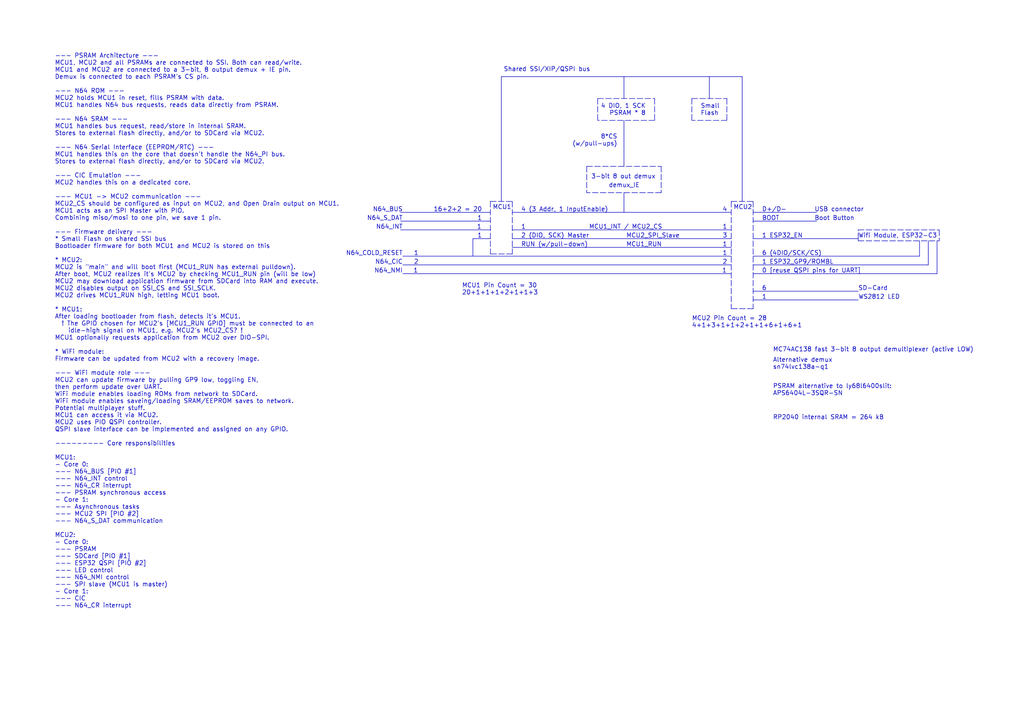
<source format=kicad_sch>
(kicad_sch (version 20211123) (generator eeschema)
  (paper "A4")
  (lib_symbols)
  (polyline (pts (xy 218.44 79.375) (xy 271.78 79.375)) (stroke (width 0) (type solid)))
  (polyline (pts (xy 116.205 61.595) (xy 142.24 61.595)) (stroke (width 0) (type solid)))
  (polyline (pts (xy 218.44 69.215) (xy 248.92 69.215)) (stroke (width 0) (type solid)))
  (polyline (pts (xy 142.24 58.42) (xy 142.24 73.66)))
  (polyline (pts (xy 218.44 74.295) (xy 266.7 74.295)) (stroke (width 0) (type solid)))
  (polyline (pts (xy 248.92 66.675) (xy 272.415 66.675)))
  (polyline (pts (xy 116.84 79.375) (xy 212.09 79.375)) (stroke (width 0) (type solid)))
  (polyline (pts (xy 248.92 69.85) (xy 272.415 69.85)))
  (polyline (pts (xy 189.865 28.575) (xy 189.865 34.925)))
  (polyline (pts (xy 215.265 58.42) (xy 215.265 22.225)) (stroke (width 0) (type solid)))
  (polyline (pts (xy 148.59 69.215) (xy 212.09 69.215)) (stroke (width 0) (type solid)))
  (polyline (pts (xy 148.59 66.675) (xy 212.09 66.675)) (stroke (width 0) (type solid)))
  (polyline (pts (xy 269.24 76.835) (xy 269.24 69.85)) (stroke (width 0) (type solid)))
  (polyline (pts (xy 137.16 69.215) (xy 142.24 69.215)) (stroke (width 0) (type solid)))
  (polyline (pts (xy 266.7 74.295) (xy 266.7 69.85)) (stroke (width 0) (type solid)))
  (polyline (pts (xy 148.59 73.66) (xy 142.24 73.66)))
  (polyline (pts (xy 200.66 28.575) (xy 210.82 28.575)))
  (polyline (pts (xy 170.18 48.26) (xy 191.77 48.26)))
  (polyline (pts (xy 248.92 69.215) (xy 248.92 69.85)))
  (polyline (pts (xy 142.24 58.42) (xy 148.59 58.42)))
  (polyline (pts (xy 272.415 66.675) (xy 272.415 69.85)))
  (polyline (pts (xy 218.44 61.595) (xy 236.855 61.595)) (stroke (width 0) (type solid)))
  (polyline (pts (xy 200.66 28.575) (xy 200.66 34.925)))
  (polyline (pts (xy 116.205 66.675) (xy 142.24 66.675)) (stroke (width 0) (type solid)))
  (polyline (pts (xy 180.975 48.26) (xy 180.975 34.925)) (stroke (width 0) (type solid)))
  (polyline (pts (xy 212.09 58.42) (xy 218.44 58.42)))
  (polyline (pts (xy 180.975 61.595) (xy 180.975 55.88)) (stroke (width 0) (type solid)))
  (polyline (pts (xy 212.09 58.42) (xy 212.09 89.535)))
  (polyline (pts (xy 218.44 89.535) (xy 212.09 89.535)))
  (polyline (pts (xy 218.44 64.135) (xy 236.855 64.135)) (stroke (width 0) (type solid)))
  (polyline (pts (xy 148.59 58.42) (xy 148.59 73.66)))
  (polyline (pts (xy 218.44 86.995) (xy 248.92 86.995)) (stroke (width 0) (type solid)))
  (polyline (pts (xy 173.355 28.575) (xy 173.355 34.925)))
  (polyline (pts (xy 218.44 76.835) (xy 269.24 76.835)) (stroke (width 0) (type solid)))
  (polyline (pts (xy 218.44 84.455) (xy 248.92 84.455)) (stroke (width 0) (type solid)))
  (polyline (pts (xy 180.975 28.575) (xy 180.975 22.225)) (stroke (width 0) (type solid)))
  (polyline (pts (xy 116.84 74.295) (xy 212.09 74.295)) (stroke (width 0) (type solid)))
  (polyline (pts (xy 205.74 28.575) (xy 205.74 22.225)) (stroke (width 0) (type solid)))
  (polyline (pts (xy 218.44 58.42) (xy 218.44 89.535)))
  (polyline (pts (xy 116.84 76.835) (xy 212.09 76.835)) (stroke (width 0) (type solid)))
  (polyline (pts (xy 170.18 48.26) (xy 170.18 55.88)))
  (polyline (pts (xy 145.415 58.42) (xy 145.415 22.225)) (stroke (width 0) (type solid)))
  (polyline (pts (xy 210.82 34.925) (xy 200.66 34.925)))
  (polyline (pts (xy 191.77 55.88) (xy 170.18 55.88)))
  (polyline (pts (xy 173.355 28.575) (xy 189.865 28.575)))
  (polyline (pts (xy 210.82 28.575) (xy 210.82 34.925)))
  (polyline (pts (xy 191.77 48.26) (xy 191.77 55.88)))
  (polyline (pts (xy 116.205 64.135) (xy 142.24 64.135)) (stroke (width 0) (type solid)))
  (polyline (pts (xy 248.92 69.215) (xy 248.92 66.675)))
  (polyline (pts (xy 148.59 71.755) (xy 212.09 71.755)) (stroke (width 0) (type solid)))
  (polyline (pts (xy 189.865 34.925) (xy 173.355 34.925)))
  (polyline (pts (xy 271.78 79.375) (xy 271.78 69.85)) (stroke (width 0) (type solid)))
  (polyline (pts (xy 145.415 22.225) (xy 215.265 22.225)) (stroke (width 0) (type solid)))
  (polyline (pts (xy 148.59 61.595) (xy 212.09 61.595)) (stroke (width 0) (type solid)))
  (polyline (pts (xy 137.16 74.295) (xy 137.16 69.215)) (stroke (width 0) (type solid)))
  (text "MCU1_RUN" (at 181.61 71.755 0) (effects (font (size 1.27 1.27)) (justify left bottom)))
  (text "Alternative demux\nsn74lvc138a-q1" (at 224.155 107.315 0) (effects (font (size 1.27 1.27)) (justify left bottom)))
  (text "4 DIO, 1 SCK\nPSRAM * 8" (at 187.325 33.655 180) (effects (font (size 1.27 1.27)) (justify right bottom)))
  (text "16+2+2 = 20" (at 125.73 61.595 0) (effects (font (size 1.27 1.27)) (justify left bottom)))
  (text "1 ESP32_EN" (at 220.98 69.215 0) (effects (font (size 1.27 1.27)) (justify left bottom)))
  (text "0 [reuse QSPI pins for UART]" (at 220.98 79.375 0) (effects (font (size 1.27 1.27)) (justify left bottom)))
  (text "1" (at 151.13 66.675 0) (effects (font (size 1.27 1.27)) (justify left bottom)))
  (text "PSRAM alternative to ly68l6400slit:\nAPS6404L-3SQR-SN" (at 224.155 114.935 0) (effects (font (size 1.27 1.27)) (justify left bottom)))
  (text "1 ESP32_GP9/ROMBL" (at 220.98 76.835 0) (effects (font (size 1.27 1.27)) (justify left bottom)))
  (text "MCU1 Pin Count = 30\n20+1+1+1+2+1+1+3" (at 133.985 85.725 0) (effects (font (size 1.27 1.27)) (justify left bottom)))
  (text "2 (DIO, SCK) Master" (at 151.13 69.215 0) (effects (font (size 1.27 1.27)) (justify left bottom)))
  (text "Shared SSI/XIP/QSPI bus" (at 146.05 20.955 0) (effects (font (size 1.27 1.27)) (justify left bottom)))
  (text "Wifi Module, ESP32-C3" (at 248.92 69.215 0) (effects (font (size 1.27 1.27)) (justify left bottom)))
  (text "Boot Button" (at 236.22 64.135 0) (effects (font (size 1.27 1.27)) (justify left bottom)))
  (text "N64_COLD_RESET" (at 116.84 74.295 180) (effects (font (size 1.27 1.27)) (justify right bottom)))
  (text "1" (at 209.55 66.675 0) (effects (font (size 1.27 1.27)) (justify left bottom)))
  (text "WS2812 LED" (at 248.92 86.995 0) (effects (font (size 1.27 1.27)) (justify left bottom)))
  (text "BOOT" (at 220.98 64.135 0) (effects (font (size 1.27 1.27)) (justify left bottom)))
  (text "N64_NMI" (at 116.84 79.375 180) (effects (font (size 1.27 1.27)) (justify right bottom)))
  (text "MCU2" (at 212.725 60.96 0) (effects (font (size 1.27 1.27)) (justify left bottom)))
  (text "SD-Card" (at 248.92 84.455 0) (effects (font (size 1.27 1.27)) (justify left bottom)))
  (text "1" (at 121.285 79.375 180) (effects (font (size 1.27 1.27)) (justify right bottom)))
  (text "4" (at 209.55 61.595 0) (effects (font (size 1.27 1.27)) (justify left bottom)))
  (text "USB connector" (at 236.22 61.595 0) (effects (font (size 1.27 1.27)) (justify left bottom)))
  (text "3-bit 8 out demux" (at 171.45 52.07 0) (effects (font (size 1.27 1.27)) (justify left bottom)))
  (text "RP2040 internal SRAM = 264 kB" (at 224.155 121.92 0) (effects (font (size 1.27 1.27)) (justify left bottom)))
  (text "2" (at 120.015 76.835 0) (effects (font (size 1.27 1.27)) (justify left bottom)))
  (text "1" (at 138.43 69.215 0) (effects (font (size 1.27 1.27)) (justify left bottom)))
  (text "1" (at 120.015 74.295 0) (effects (font (size 1.27 1.27)) (justify left bottom)))
  (text "8*CS\n(w/pull-ups)" (at 179.07 42.545 180) (effects (font (size 1.27 1.27)) (justify right bottom)))
  (text "N64_BUS" (at 116.84 61.595 180) (effects (font (size 1.27 1.27)) (justify right bottom)))
  (text "Small\nFlash" (at 203.2 33.655 0) (effects (font (size 1.27 1.27)) (justify left bottom)))
  (text "1" (at 139.7 66.675 180) (effects (font (size 1.27 1.27)) (justify right bottom)))
  (text "RUN (w/pull-down)" (at 151.13 71.755 0) (effects (font (size 1.27 1.27)) (justify left bottom)))
  (text "demux_IE" (at 176.53 54.61 0) (effects (font (size 1.27 1.27)) (justify left bottom)))
  (text "--- PSRAM Architecture ---\nMCU1, MCU2 and all PSRAMs are connected to SSI. Both can read/write.\nMCU1 and MCU2 are connected to a 3-bit, 8 output demux + IE pin.\nDemux is connected to each PSRAM's CS pin.\n\n--- N64 ROM ---\nMCU2 holds MCU1 in reset, fills PSRAM with data.\nMCU1 handles N64 bus requests, reads data directly from PSRAM.\n\n--- N64 SRAM ---\nMCU1 handles bus request, read/store in internal SRAM.\nStores to external flash directly, and/or to SDCard via MCU2.\n\n--- N64 Serial Interface (EEPROM/RTC) ---\nMCU1 handles this on the core that doesn't handle the N64_PI bus.\nStores to external flash directly, and/or to SDCard via MCU2.\n\n--- CIC Emulation ---\nMCU2 handles this on a dedicated core.\n\n--- MCU1 -> MCU2 communication ---\nMCU2_CS should be configured as input on MCU2, and Open Drain output on MCU1.\nMCU1 acts as an SPI Master with PIO.\nCombining miso/mosi to one pin, we save 1 pin.\n\n--- Firmware delivery ---\n* Small Flash on shared SSI bus\nBootloader firmware for both MCU1 and MCU2 is stored on this\n\n* MCU2:\nMCU2 is \"main\" and will boot first (MCU1_RUN has external pulldown).\nAfter boot, MCU2 realizes it's MCU2 by checking MCU1_RUN pin (will be low)\nMCU2 may download application firmware from SDCard into RAM and execute.\nMCU2 disables output on SSI_CS and SSI_SCLK.\nMCU2 drives MCU1_RUN high, letting MCU1 boot.\n\n* MCU1:\nAfter loading bootloader from flash, detects it's MCU1.\n  ! The GPIO chosen for MCU2's [MCU1_RUN GPIO] must be connected to an\n    idle-high signal on MCU1, e.g. MCU2's MCU2_CS? !\nMCU1 optionally requests application from MCU2 over DIO-SPI.\n\n* WiFi module:\nFirmware can be updated from MCU2 with a recovery image.\n\n--- WiFi module role ---\nMCU2 can update firmware by pulling GP9 low, toggling EN,\nthen perform update over UART.\nWiFi module enables loading ROMs from network to SDCard.\nWiFi module enables saveing/loading SRAM/EEPROM saves to network.\nPotential multiplayer stuff.\nMCU1 can access it via MCU2.\nMCU2 uses PIO QSPI controller.\nQSPI slave interface can be implemented and assigned on any GPIO.\n\n--------- Core responsibilities\n\nMCU1:\n- Core 0:\n--- N64_BUS [PIO #1]\n--- N64_INT control\n--- N64_CR interrupt\n--- PSRAM synchronous access\n- Core 1:\n--- Asynchronous tasks\n--- MCU2 SPI [PIO #2]\n--- N64_S_DAT communication\n\nMCU2:\n- Core 0:\n--- PSRAM\n--- SDCard [PIO #1]\n--- ESP32 QSPI [PIO #2]\n--- LED control\n--- N64_NMI control\n--- SPI slave (MCU1 is master)\n- Core 1:\n--- CIC\n--- N64_CR interrupt\n" (at 15.875 176.53 0) (effects (font (size 1.27 1.27)) (justify left bottom)))
  (text "D+/D-" (at 220.98 61.595 0) (effects (font (size 1.27 1.27)) (justify left bottom)))
  (text "N64_INT" (at 116.84 66.675 180) (effects (font (size 1.27 1.27)) (justify right bottom)))
  (text "MCU2 Pin Count = 28\n4+1+3+1+1+2+1+1+6+1+6+1" (at 200.66 95.25 0) (effects (font (size 1.27 1.27)) (justify left bottom)))
  (text "1" (at 209.55 71.755 0) (effects (font (size 1.27 1.27)) (justify left bottom)))
  (text "MC74AC138 fast 3-bit 8 output demultiplexer (active LOW)" (at 224.155 102.235 0) (effects (font (size 1.27 1.27)) (justify left bottom)))
  (text "MCU2_SPI_Slave" (at 181.61 69.215 0) (effects (font (size 1.27 1.27)) (justify left bottom)))
  (text "6" (at 220.98 84.455 0) (effects (font (size 1.27 1.27)) (justify left bottom)))
  (text "3" (at 209.55 69.215 0) (effects (font (size 1.27 1.27)) (justify left bottom)))
  (text "1" (at 138.43 64.135 0) (effects (font (size 1.27 1.27)) (justify left bottom)))
  (text "MCU1" (at 142.875 60.96 0) (effects (font (size 1.27 1.27)) (justify left bottom)))
  (text "MCU1_INT / MCU2_CS" (at 170.815 66.675 0) (effects (font (size 1.27 1.27)) (justify left bottom)))
  (text "6 (4DIO/SCK/CS)" (at 220.98 74.295 0) (effects (font (size 1.27 1.27)) (justify left bottom)))
  (text "4 (3 Addr, 1 InputEnable)" (at 151.13 61.595 0) (effects (font (size 1.27 1.27)) (justify left bottom)))
  (text "N64_S_DAT" (at 116.84 64.135 180) (effects (font (size 1.27 1.27)) (justify right bottom)))
  (text "1" (at 220.98 86.995 0) (effects (font (size 1.27 1.27)) (justify left bottom)))
  (text "N64_CIC" (at 116.84 76.835 180) (effects (font (size 1.27 1.27)) (justify right bottom)))
  (text "1" (at 210.82 79.375 180) (effects (font (size 1.27 1.27)) (justify right bottom)))
  (text "2" (at 209.55 76.835 0) (effects (font (size 1.27 1.27)) (justify left bottom)))
  (text "1" (at 209.55 74.295 0) (effects (font (size 1.27 1.27)) (justify left bottom)))
)
</source>
